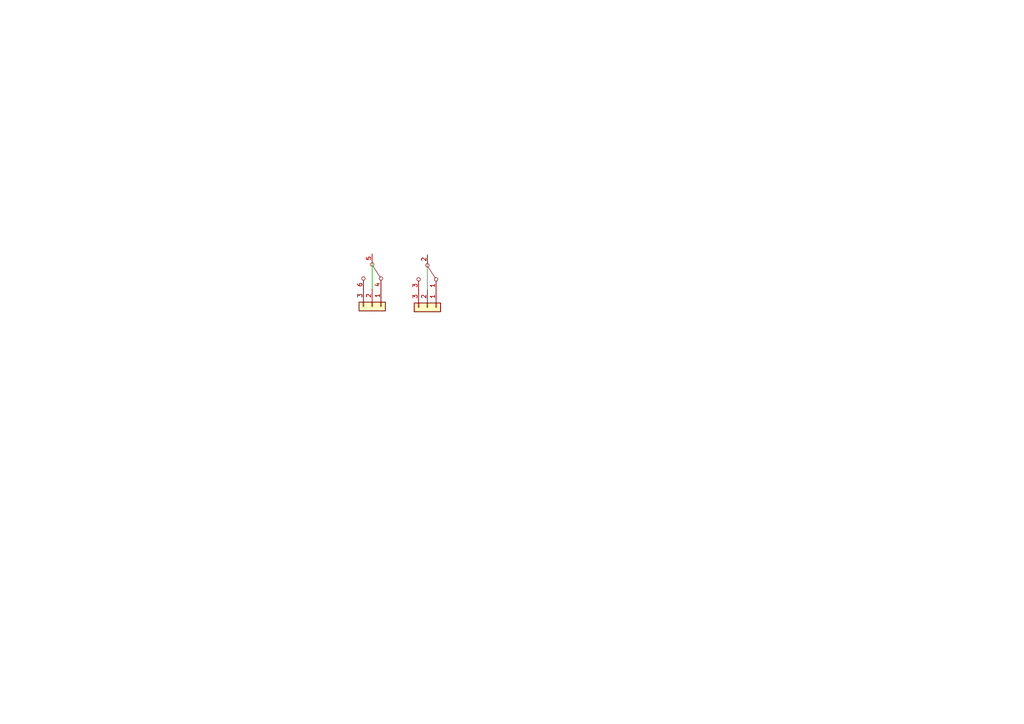
<source format=kicad_sch>
(kicad_sch (version 20211123) (generator eeschema)
  (paper "A4")
  (lib_symbols
    (symbol "Connector_Generic:Conn_01x03" (pin_names (offset 1.016) hide)
      (property "Reference" "J" (at 0 5.08 0))
      (property "Value" "Conn_01x03" (at 0 -5.08 0))
      (symbol "Conn_01x03_1_1"
        (rectangle (start -1.27 -2.413) (end 0 -2.667) (stroke (width 0.1524)))
        (rectangle (start -1.27 0.127) (end 0 -0.127) (stroke (width 0.1524)))
        (rectangle (start -1.27 2.667) (end 0 2.413) (stroke (width 0.1524)))
        (rectangle (start -1.27 3.81) (end 1.27 -3.81) (stroke (width 0.254)) (fill (type background)))
        (pin passive line (at -5.08 2.54 0) (length 3.81) (name "Pin_1") (number "1"))
        (pin passive line (at -5.08 0 0) (length 3.81) (name "Pin_2") (number "2"))
        (pin passive line (at -5.08 -2.54 0) (length 3.81) (name "Pin_3") (number "3"))
      )
    )
    (symbol "Switch:SW_DPDT_x2" (pin_names (offset 0) hide)
      (property "Reference" "SW" (at 0 4.318 0))
      (property "Value" "SW_DPDT_x2" (at 0 -5.08 0))
      (symbol "SW_DPDT_x2_0_0"
        (circle (center -2.032 0) (radius 0.508))
        (circle (center 2.032 -2.54) (radius 0.508))
      )
      (symbol "SW_DPDT_x2_0_1"
        (polyline (pts (xy -1.524 0.254) (xy 1.651 2.286)))
        (circle (center 2.032 2.54) (radius 0.508))
      )
      (symbol "SW_DPDT_x2_1_1"
        (pin passive line (at 5.08 2.54 180) (length 2.54) (name "A") (number "1"))
        (pin passive line (at -5.08 0 0) (length 2.54) (name "B") (number "2"))
        (pin passive line (at 5.08 -2.54 180) (length 2.54) (name "C") (number "3"))
      )
      (symbol "SW_DPDT_x2_2_1"
        (pin passive line (at 5.08 2.54 180) (length 2.54) (name "A") (number "4"))
        (pin passive line (at -5.08 0 0) (length 2.54) (name "B") (number "5"))
        (pin passive line (at 5.08 -2.54 180) (length 2.54) (name "C") (number "6"))
      )
    )
  )
  (wire (pts (xy 123.952 73.914) (xy 123.952 84.074)))
  (wire (pts (xy 107.95 73.66) (xy 107.95 83.82)))
  (symbol (lib_id "Switch:SW_DPDT_x2") (at 123.952 78.994 270) (unit 1)
    (property "Reference" "SW1" (effects hide))
    (property "Value" "SW_DPDT_x2" (effects hide))
    (property "Footprint" "LIBRARY-8-bit-computer:DPDT-LatchingSwitch-THT" (effects hide))
  )
  (symbol (lib_id "Switch:SW_DPDT_x2") (at 107.95 78.74 270) (unit 2)
    (property "Reference" "SW1" (effects hide))
    (property "Value" "SW_DPDT_x2" (effects hide))
    (property "Footprint" "LIBRARY-8-bit-computer:DPDT-LatchingSwitch-THT" (effects hide))
  )
  (symbol (lib_id "Connector_Generic:Conn_01x03") (at 123.952 89.154 270) (unit 1)
    (property "Reference" "J2" (effects hide))
    (property "Value" "Conn_01x03" (effects hide))
    (property "Footprint" "Connector_PinHeader_2.54mm:PinHeader_1x03_P2.54mm_Vertical" (effects hide))
  )
  (symbol (lib_id "Connector_Generic:Conn_01x03") (at 107.95 88.9 270) (unit 1)
    (property "Reference" "J1" (effects hide))
    (property "Value" "Conn_01x03" (effects hide))
    (property "Footprint" "Connector_PinHeader_2.54mm:PinHeader_1x03_P2.54mm_Vertical" (effects hide))
  )
)
</source>
